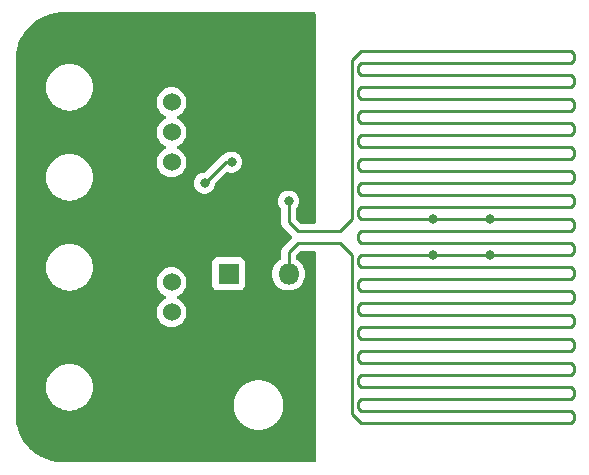
<source format=gbr>
%TF.GenerationSoftware,KiCad,Pcbnew,7.0.7*%
%TF.CreationDate,2023-11-06T00:52:22-06:00*%
%TF.ProjectId,ScienceHeaterElement_2023,53636965-6e63-4654-9865-61746572456c,rev?*%
%TF.SameCoordinates,Original*%
%TF.FileFunction,Copper,L1,Top*%
%TF.FilePolarity,Positive*%
%FSLAX46Y46*%
G04 Gerber Fmt 4.6, Leading zero omitted, Abs format (unit mm)*
G04 Created by KiCad (PCBNEW 7.0.7) date 2023-11-06 00:52:22*
%MOMM*%
%LPD*%
G01*
G04 APERTURE LIST*
%TA.AperFunction,ComponentPad*%
%ADD10C,1.524000*%
%TD*%
%TA.AperFunction,ComponentPad*%
%ADD11R,1.800000X1.800000*%
%TD*%
%TA.AperFunction,ComponentPad*%
%ADD12O,1.800000X1.800000*%
%TD*%
%TA.AperFunction,ViaPad*%
%ADD13C,0.800000*%
%TD*%
%TA.AperFunction,Conductor*%
%ADD14C,0.254000*%
%TD*%
%TA.AperFunction,Conductor*%
%ADD15C,0.250000*%
%TD*%
G04 APERTURE END LIST*
D10*
%TO.P,Conn1,1*%
%TO.N,+3.3V*%
X70358000Y-39370000D03*
%TO.P,Conn1,2*%
%TO.N,Gate_Driving_Pin*%
X70358000Y-41910000D03*
%TO.P,Conn1,3*%
%TO.N,Temp_Sense*%
X70358000Y-44450000D03*
%TD*%
D11*
%TO.P,R1,1*%
%TO.N,+12V*%
X75184000Y-53910000D03*
D12*
%TO.P,R1,2*%
%TO.N,/Heater_Trace*%
X80264000Y-53910000D03*
%TD*%
D10*
%TO.P,Conn2,1*%
%TO.N,+12V*%
X70358000Y-54610000D03*
%TO.P,Conn2,2*%
X70358000Y-57150000D03*
%TO.P,Conn2,3*%
%TO.N,GND*%
X70358000Y-59690000D03*
%TO.P,Conn2,4*%
X70358000Y-62230000D03*
%TD*%
D13*
%TO.N,GND*%
X74168000Y-41910000D03*
X74168000Y-39116000D03*
X81788000Y-49276000D03*
%TO.N,/Heater_Trace*%
X92456000Y-49276000D03*
X92456000Y-52324000D03*
X80264000Y-47752000D03*
X97282000Y-52324000D03*
X97282000Y-49276000D03*
X73152000Y-46228000D03*
X75438000Y-44450000D03*
%TD*%
D14*
%TO.N,/Heater_Trace*%
X104394000Y-65786000D02*
X104394000Y-66294000D01*
X86106000Y-48514000D02*
X86106000Y-49022000D01*
X86360000Y-54356000D02*
X86106000Y-54610000D01*
X104140000Y-38100000D02*
X86360000Y-38100000D01*
X104140000Y-46228000D02*
X86360000Y-46228000D01*
X85598000Y-52324000D02*
X84582000Y-51308000D01*
X104140000Y-60452000D02*
X86360000Y-60452000D01*
X92456000Y-49276000D02*
X94742000Y-49276000D01*
X86360000Y-61468000D02*
X104140000Y-61468000D01*
X104140000Y-57404000D02*
X104394000Y-57658000D01*
X86360000Y-44196000D02*
X86106000Y-44450000D01*
X97282000Y-52324000D02*
X94742000Y-52324000D01*
X86360000Y-50292000D02*
X86106000Y-50546000D01*
X86106000Y-54610000D02*
X86106000Y-55118000D01*
X74930000Y-44450000D02*
X75438000Y-44450000D01*
X94742000Y-49276000D02*
X97282000Y-49276000D01*
X86360000Y-45212000D02*
X104140000Y-45212000D01*
X84582000Y-50292000D02*
X81026000Y-50292000D01*
X104394000Y-48006000D02*
X104140000Y-48260000D01*
X86106000Y-38862000D02*
X86360000Y-39116000D01*
X104140000Y-56388000D02*
X86360000Y-56388000D01*
X104394000Y-52070000D02*
X104140000Y-52324000D01*
X86360000Y-60452000D02*
X86106000Y-60706000D01*
X86106000Y-46990000D02*
X86360000Y-47244000D01*
X104140000Y-36068000D02*
X86360000Y-36068000D01*
X104140000Y-65532000D02*
X104394000Y-65786000D01*
X86360000Y-42164000D02*
X86106000Y-42418000D01*
X86106000Y-56642000D02*
X86106000Y-57150000D01*
X104394000Y-63754000D02*
X104394000Y-64262000D01*
X86106000Y-44958000D02*
X86360000Y-45212000D01*
X104394000Y-37846000D02*
X104140000Y-38100000D01*
X86106000Y-64770000D02*
X86106000Y-65278000D01*
X86360000Y-37084000D02*
X104140000Y-37084000D01*
X86106000Y-42418000D02*
X86106000Y-42926000D01*
X86360000Y-41148000D02*
X104140000Y-41148000D01*
X86106000Y-36830000D02*
X86360000Y-37084000D01*
X104394000Y-43942000D02*
X104140000Y-44196000D01*
X86360000Y-35052000D02*
X85598000Y-35814000D01*
X86106000Y-61214000D02*
X86360000Y-61468000D01*
X104394000Y-35814000D02*
X104140000Y-36068000D01*
X104394000Y-66294000D02*
X104140000Y-66548000D01*
X104140000Y-44196000D02*
X86360000Y-44196000D01*
X86360000Y-47244000D02*
X104140000Y-47244000D01*
X104140000Y-47244000D02*
X104394000Y-47498000D01*
X104394000Y-43434000D02*
X104394000Y-43942000D01*
X86360000Y-55372000D02*
X104140000Y-55372000D01*
X86360000Y-39116000D02*
X104140000Y-39116000D01*
X104140000Y-62484000D02*
X86360000Y-62484000D01*
X86360000Y-63500000D02*
X104140000Y-63500000D01*
X85598000Y-35814000D02*
X85598000Y-48006000D01*
X81026000Y-51308000D02*
X80264000Y-52070000D01*
X86360000Y-43180000D02*
X104140000Y-43180000D01*
X86360000Y-36068000D02*
X86106000Y-36322000D01*
X86360000Y-57404000D02*
X104140000Y-57404000D01*
X104140000Y-40132000D02*
X86360000Y-40132000D01*
X86360000Y-59436000D02*
X104140000Y-59436000D01*
X85598000Y-49276000D02*
X84582000Y-50292000D01*
X80264000Y-49530000D02*
X80264000Y-47752000D01*
X104394000Y-45974000D02*
X104140000Y-46228000D01*
X81026000Y-50292000D02*
X80264000Y-49530000D01*
X104140000Y-45212000D02*
X104394000Y-45466000D01*
X84582000Y-51308000D02*
X81026000Y-51308000D01*
X104140000Y-64516000D02*
X86360000Y-64516000D01*
X86106000Y-59182000D02*
X86360000Y-59436000D01*
X104140000Y-48260000D02*
X86360000Y-48260000D01*
X104140000Y-50292000D02*
X86360000Y-50292000D01*
X104394000Y-39370000D02*
X104394000Y-39878000D01*
X104140000Y-66548000D02*
X86360000Y-66548000D01*
X104140000Y-35052000D02*
X104394000Y-35306000D01*
X86106000Y-57150000D02*
X86360000Y-57404000D01*
X86360000Y-48260000D02*
X86106000Y-48514000D01*
X86360000Y-51308000D02*
X104140000Y-51308000D01*
X104394000Y-54102000D02*
X104140000Y-54356000D01*
X86360000Y-40132000D02*
X86106000Y-40386000D01*
X104140000Y-43180000D02*
X104394000Y-43434000D01*
X104140000Y-59436000D02*
X104394000Y-59690000D01*
X104140000Y-42164000D02*
X86360000Y-42164000D01*
X86360000Y-46228000D02*
X86106000Y-46482000D01*
X86106000Y-40894000D02*
X86360000Y-41148000D01*
X86106000Y-63246000D02*
X86360000Y-63500000D01*
X104394000Y-37338000D02*
X104394000Y-37846000D01*
X97282000Y-49276000D02*
X104140000Y-49276000D01*
X104140000Y-37084000D02*
X104394000Y-37338000D01*
X104394000Y-47498000D02*
X104394000Y-48006000D01*
X85598000Y-65786000D02*
X85598000Y-52324000D01*
X104140000Y-55372000D02*
X104394000Y-55626000D01*
X86360000Y-49276000D02*
X92456000Y-49276000D01*
X104140000Y-54356000D02*
X86360000Y-54356000D01*
X104394000Y-41402000D02*
X104394000Y-41910000D01*
X80264000Y-52070000D02*
X80264000Y-52832000D01*
X104394000Y-56134000D02*
X104140000Y-56388000D01*
X104394000Y-55626000D02*
X104394000Y-56134000D01*
X104394000Y-35306000D02*
X104394000Y-35814000D01*
X86106000Y-58674000D02*
X86106000Y-59182000D01*
X104394000Y-51562000D02*
X104394000Y-52070000D01*
X104140000Y-49276000D02*
X104394000Y-49530000D01*
X86106000Y-60706000D02*
X86106000Y-61214000D01*
X86360000Y-38100000D02*
X86106000Y-38354000D01*
X104140000Y-63500000D02*
X104394000Y-63754000D01*
X104394000Y-39878000D02*
X104140000Y-40132000D01*
X104140000Y-51308000D02*
X104394000Y-51562000D01*
X104140000Y-41148000D02*
X104394000Y-41402000D01*
X86360000Y-66548000D02*
X85598000Y-65786000D01*
X86106000Y-44450000D02*
X86106000Y-44958000D01*
X86106000Y-49022000D02*
X86360000Y-49276000D01*
X104140000Y-61468000D02*
X104394000Y-61722000D01*
X86360000Y-35052000D02*
X104140000Y-35052000D01*
X104140000Y-39116000D02*
X104394000Y-39370000D01*
X104394000Y-49530000D02*
X104394000Y-50038000D01*
X86106000Y-46482000D02*
X86106000Y-46990000D01*
X86106000Y-52578000D02*
X86106000Y-53086000D01*
X86106000Y-55118000D02*
X86360000Y-55372000D01*
X94742000Y-52324000D02*
X92456000Y-52324000D01*
X104140000Y-53340000D02*
X104394000Y-53594000D01*
X86106000Y-50546000D02*
X86106000Y-51054000D01*
X86106000Y-42926000D02*
X86360000Y-43180000D01*
X104394000Y-50038000D02*
X104140000Y-50292000D01*
X85598000Y-48006000D02*
X85598000Y-49276000D01*
X104394000Y-45466000D02*
X104394000Y-45974000D01*
X104394000Y-41910000D02*
X104140000Y-42164000D01*
X86360000Y-64516000D02*
X86106000Y-64770000D01*
X104394000Y-62230000D02*
X104140000Y-62484000D01*
X86106000Y-36322000D02*
X86106000Y-36830000D01*
X104394000Y-59690000D02*
X104394000Y-60198000D01*
X86106000Y-65278000D02*
X86360000Y-65532000D01*
X86360000Y-58420000D02*
X86106000Y-58674000D01*
X86106000Y-51054000D02*
X86360000Y-51308000D01*
X86106000Y-40386000D02*
X86106000Y-40894000D01*
X104140000Y-58420000D02*
X86360000Y-58420000D01*
X104394000Y-58166000D02*
X104140000Y-58420000D01*
X86360000Y-52324000D02*
X86106000Y-52578000D01*
X86360000Y-56388000D02*
X86106000Y-56642000D01*
X104394000Y-53594000D02*
X104394000Y-54102000D01*
X92456000Y-52324000D02*
X86360000Y-52324000D01*
X86106000Y-38354000D02*
X86106000Y-38862000D01*
X86360000Y-62484000D02*
X86106000Y-62738000D01*
X104394000Y-61722000D02*
X104394000Y-62230000D01*
X104394000Y-64262000D02*
X104140000Y-64516000D01*
X86106000Y-53086000D02*
X86360000Y-53340000D01*
X86360000Y-53340000D02*
X104140000Y-53340000D01*
X86360000Y-65532000D02*
X104140000Y-65532000D01*
X104394000Y-57658000D02*
X104394000Y-58166000D01*
X104394000Y-60198000D02*
X104140000Y-60452000D01*
X104140000Y-52324000D02*
X97282000Y-52324000D01*
X73152000Y-46228000D02*
X74930000Y-44450000D01*
X86106000Y-62738000D02*
X86106000Y-63246000D01*
D15*
X80264000Y-53910000D02*
X80264000Y-52832000D01*
%TD*%
%TA.AperFunction,Conductor*%
%TO.N,GND*%
G36*
X82493026Y-31772906D02*
G01*
X82538788Y-31825704D01*
X82550000Y-31877230D01*
X82550000Y-49540500D01*
X82530315Y-49607539D01*
X82477511Y-49653294D01*
X82426000Y-49664500D01*
X81337281Y-49664500D01*
X81270242Y-49644815D01*
X81249600Y-49628181D01*
X80927819Y-49306399D01*
X80894334Y-49245076D01*
X80891500Y-49218718D01*
X80891500Y-48448465D01*
X80911185Y-48381426D01*
X80923343Y-48365500D01*
X80996533Y-48284216D01*
X81091179Y-48120284D01*
X81149674Y-47940256D01*
X81169460Y-47752000D01*
X81149674Y-47563744D01*
X81091179Y-47383716D01*
X80996533Y-47219784D01*
X80869871Y-47079112D01*
X80869870Y-47079111D01*
X80716734Y-46967851D01*
X80716729Y-46967848D01*
X80543807Y-46890857D01*
X80543802Y-46890855D01*
X80398000Y-46859865D01*
X80358646Y-46851500D01*
X80169354Y-46851500D01*
X80136897Y-46858398D01*
X79984197Y-46890855D01*
X79984192Y-46890857D01*
X79811270Y-46967848D01*
X79811265Y-46967851D01*
X79658129Y-47079111D01*
X79531466Y-47219785D01*
X79436821Y-47383715D01*
X79436818Y-47383722D01*
X79378327Y-47563740D01*
X79378326Y-47563744D01*
X79358540Y-47752000D01*
X79378326Y-47940256D01*
X79378327Y-47940259D01*
X79436818Y-48120277D01*
X79436821Y-48120284D01*
X79531467Y-48284216D01*
X79569392Y-48326335D01*
X79604649Y-48365493D01*
X79634879Y-48428485D01*
X79636499Y-48448465D01*
X79636499Y-49447040D01*
X79634772Y-49462687D01*
X79635053Y-49462714D01*
X79634319Y-49470473D01*
X79636500Y-49539859D01*
X79636500Y-49569477D01*
X79637371Y-49576380D01*
X79637829Y-49582199D01*
X79639298Y-49628942D01*
X79642755Y-49640841D01*
X79643910Y-49644815D01*
X79644916Y-49648275D01*
X79648862Y-49667329D01*
X79651383Y-49687287D01*
X79651386Y-49687299D01*
X79668595Y-49730765D01*
X79670487Y-49736293D01*
X79683530Y-49781187D01*
X79683530Y-49781188D01*
X79693777Y-49798515D01*
X79702335Y-49815985D01*
X79709745Y-49834701D01*
X79737229Y-49872529D01*
X79740437Y-49877413D01*
X79764234Y-49917652D01*
X79764240Y-49917660D01*
X79778469Y-49931888D01*
X79791109Y-49946687D01*
X79802934Y-49962964D01*
X79802936Y-49962965D01*
X79802937Y-49962967D01*
X79838957Y-49992765D01*
X79843268Y-49996687D01*
X80334030Y-50487449D01*
X80523624Y-50677043D01*
X80533471Y-50689333D01*
X80533689Y-50689154D01*
X80538656Y-50695159D01*
X80555038Y-50710542D01*
X80590433Y-50770783D01*
X80587641Y-50840597D01*
X80565713Y-50879959D01*
X80563240Y-50882949D01*
X80559299Y-50887280D01*
X79878953Y-51567626D01*
X79866669Y-51577469D01*
X79866849Y-51577687D01*
X79860838Y-51582659D01*
X79813322Y-51633258D01*
X79792375Y-51654205D01*
X79788106Y-51659709D01*
X79784315Y-51664147D01*
X79752308Y-51698230D01*
X79752305Y-51698234D01*
X79742606Y-51715877D01*
X79731928Y-51732133D01*
X79719594Y-51748034D01*
X79719589Y-51748042D01*
X79701025Y-51790943D01*
X79698454Y-51796191D01*
X79675927Y-51837167D01*
X79670920Y-51856668D01*
X79664621Y-51875064D01*
X79657893Y-51890612D01*
X79656625Y-51893544D01*
X79656624Y-51893546D01*
X79649312Y-51939716D01*
X79648127Y-51945438D01*
X79636500Y-51990723D01*
X79636500Y-52010858D01*
X79634973Y-52030257D01*
X79631825Y-52050131D01*
X79636225Y-52096677D01*
X79636500Y-52102515D01*
X79636500Y-52583267D01*
X79616815Y-52650306D01*
X79571519Y-52692321D01*
X79495376Y-52733528D01*
X79495365Y-52733535D01*
X79312222Y-52876081D01*
X79312219Y-52876084D01*
X79312216Y-52876086D01*
X79312216Y-52876087D01*
X79287886Y-52902517D01*
X79155016Y-53046852D01*
X79028075Y-53241151D01*
X78934842Y-53453699D01*
X78877866Y-53678691D01*
X78877864Y-53678702D01*
X78858700Y-53909993D01*
X78858700Y-53910006D01*
X78877864Y-54141297D01*
X78877866Y-54141308D01*
X78934842Y-54366300D01*
X79028075Y-54578848D01*
X79155016Y-54773147D01*
X79155019Y-54773151D01*
X79155021Y-54773153D01*
X79312216Y-54943913D01*
X79312219Y-54943915D01*
X79312222Y-54943918D01*
X79495365Y-55086464D01*
X79495371Y-55086468D01*
X79495374Y-55086470D01*
X79699497Y-55196936D01*
X79813487Y-55236068D01*
X79919015Y-55272297D01*
X79919017Y-55272297D01*
X79919019Y-55272298D01*
X80147951Y-55310500D01*
X80147952Y-55310500D01*
X80380048Y-55310500D01*
X80380049Y-55310500D01*
X80608981Y-55272298D01*
X80828503Y-55196936D01*
X81032626Y-55086470D01*
X81215784Y-54943913D01*
X81372979Y-54773153D01*
X81499924Y-54578849D01*
X81593157Y-54366300D01*
X81650134Y-54141305D01*
X81663803Y-53976340D01*
X81669300Y-53910006D01*
X81669300Y-53909993D01*
X81650135Y-53678702D01*
X81650133Y-53678691D01*
X81593157Y-53453699D01*
X81499924Y-53241151D01*
X81372983Y-53046852D01*
X81372980Y-53046849D01*
X81372979Y-53046847D01*
X81215784Y-52876087D01*
X81215779Y-52876083D01*
X81215777Y-52876081D01*
X81032634Y-52733535D01*
X81032623Y-52733528D01*
X80956481Y-52692321D01*
X80906891Y-52643101D01*
X80891500Y-52583267D01*
X80891500Y-52381281D01*
X80911185Y-52314242D01*
X80927819Y-52293600D01*
X81249600Y-51971819D01*
X81310923Y-51938334D01*
X81337281Y-51935500D01*
X82426000Y-51935500D01*
X82493039Y-51955185D01*
X82538794Y-52007989D01*
X82550000Y-52059500D01*
X82550000Y-69725500D01*
X82530315Y-69792539D01*
X82477511Y-69838294D01*
X82426000Y-69849500D01*
X61362558Y-69849500D01*
X61357848Y-69848117D01*
X61313233Y-69849455D01*
X61310297Y-69849474D01*
X61139294Y-69846501D01*
X60927756Y-69842209D01*
X60922111Y-69841837D01*
X60731473Y-69820488D01*
X60723108Y-69819476D01*
X60537998Y-69797087D01*
X60532779Y-69796229D01*
X60342235Y-69756478D01*
X60154483Y-69714416D01*
X60149723Y-69713150D01*
X59962528Y-69655280D01*
X59780826Y-69594981D01*
X59776554Y-69593386D01*
X59594945Y-69517892D01*
X59420519Y-69439905D01*
X59416749Y-69438064D01*
X59315202Y-69384146D01*
X59242598Y-69345595D01*
X59076976Y-69250662D01*
X59073713Y-69248655D01*
X58908688Y-69140002D01*
X58753388Y-69029013D01*
X58750626Y-69026920D01*
X58596339Y-68903068D01*
X58452804Y-68777041D01*
X58450525Y-68774937D01*
X58309528Y-68638064D01*
X58307368Y-68635860D01*
X58177142Y-68496136D01*
X58125686Y-68435796D01*
X58048760Y-68345589D01*
X58046620Y-68342933D01*
X57931019Y-68190929D01*
X57817539Y-68029236D01*
X57815458Y-68026068D01*
X57715626Y-67863300D01*
X57618001Y-67691924D01*
X57616093Y-67688292D01*
X57532937Y-67516206D01*
X57513724Y-67473602D01*
X57452083Y-67336916D01*
X57450383Y-67332745D01*
X57384708Y-67152886D01*
X57321293Y-66967451D01*
X57319899Y-66962774D01*
X57272297Y-66776414D01*
X57226880Y-66587023D01*
X57225878Y-66581884D01*
X57196766Y-66389330D01*
X57169738Y-66199209D01*
X57169204Y-66193649D01*
X57158819Y-65986205D01*
X57150569Y-65811055D01*
X57150500Y-65808137D01*
X57150500Y-63500001D01*
X59741454Y-63500001D01*
X59761613Y-63781866D01*
X59821678Y-64057977D01*
X59821680Y-64057984D01*
X59863909Y-64171205D01*
X59920432Y-64322750D01*
X59920434Y-64322754D01*
X60055855Y-64570758D01*
X60055860Y-64570766D01*
X60225196Y-64796974D01*
X60225212Y-64796992D01*
X60425007Y-64996787D01*
X60425025Y-64996803D01*
X60651233Y-65166139D01*
X60651241Y-65166144D01*
X60899245Y-65301565D01*
X60899249Y-65301567D01*
X60899251Y-65301568D01*
X61164016Y-65400320D01*
X61302077Y-65430353D01*
X61440133Y-65460386D01*
X61440135Y-65460386D01*
X61440139Y-65460387D01*
X61651447Y-65475500D01*
X61792553Y-65475500D01*
X62003861Y-65460387D01*
X62279984Y-65400320D01*
X62544749Y-65301568D01*
X62792764Y-65166141D01*
X63001346Y-65009999D01*
X75618592Y-65009999D01*
X75623355Y-65079637D01*
X75623500Y-65083870D01*
X75623500Y-65153682D01*
X75633003Y-65222829D01*
X75633436Y-65227039D01*
X75638201Y-65296683D01*
X75638202Y-65296687D01*
X75652403Y-65365035D01*
X75653122Y-65369205D01*
X75662629Y-65438361D01*
X75681459Y-65505566D01*
X75682461Y-65509679D01*
X75696664Y-65578025D01*
X75696669Y-65578040D01*
X75720041Y-65643805D01*
X75721321Y-65647840D01*
X75740154Y-65715055D01*
X75740155Y-65715058D01*
X75767966Y-65779084D01*
X75769519Y-65783023D01*
X75792894Y-65848793D01*
X75792896Y-65848798D01*
X75825002Y-65910759D01*
X75826821Y-65914583D01*
X75854643Y-65978634D01*
X75890914Y-66038276D01*
X75892989Y-66041968D01*
X75925100Y-66103938D01*
X75939592Y-66124469D01*
X75965362Y-66160977D01*
X75967664Y-66164486D01*
X76003945Y-66224147D01*
X76035215Y-66262583D01*
X76047990Y-66278286D01*
X76050548Y-66281660D01*
X76090810Y-66338698D01*
X76138456Y-66389713D01*
X76141239Y-66392905D01*
X76185291Y-66447053D01*
X76236306Y-66494698D01*
X76239300Y-66497692D01*
X76286946Y-66548707D01*
X76341093Y-66592759D01*
X76344285Y-66595542D01*
X76395302Y-66643190D01*
X76452331Y-66683444D01*
X76455706Y-66686003D01*
X76460635Y-66690013D01*
X76509853Y-66730055D01*
X76548722Y-66753692D01*
X76569496Y-66766325D01*
X76573028Y-66768641D01*
X76630064Y-66808901D01*
X76692052Y-66841020D01*
X76695716Y-66843081D01*
X76728448Y-66862986D01*
X76755369Y-66879358D01*
X76755372Y-66879359D01*
X76755375Y-66879361D01*
X76819434Y-66907185D01*
X76823225Y-66908989D01*
X76885203Y-66941104D01*
X76934047Y-66958463D01*
X76950977Y-66964480D01*
X76954914Y-66966032D01*
X77018942Y-66993844D01*
X77086175Y-67012681D01*
X77090185Y-67013954D01*
X77155968Y-67037334D01*
X77224333Y-67051540D01*
X77228413Y-67052534D01*
X77295642Y-67071371D01*
X77364826Y-67080880D01*
X77368941Y-67081589D01*
X77437314Y-67095798D01*
X77506993Y-67100564D01*
X77511148Y-67100992D01*
X77580322Y-67110500D01*
X77580323Y-67110500D01*
X77867677Y-67110500D01*
X77867678Y-67110500D01*
X77936856Y-67100991D01*
X77941002Y-67100564D01*
X78010686Y-67095798D01*
X78079057Y-67081589D01*
X78083176Y-67080879D01*
X78152358Y-67071371D01*
X78219583Y-67052535D01*
X78223667Y-67051539D01*
X78292032Y-67037334D01*
X78357806Y-67013957D01*
X78361830Y-67012679D01*
X78429058Y-66993844D01*
X78493095Y-66966027D01*
X78497003Y-66964486D01*
X78562797Y-66941104D01*
X78624784Y-66908983D01*
X78628588Y-66907175D01*
X78692625Y-66879361D01*
X78752300Y-66843070D01*
X78755940Y-66841023D01*
X78817936Y-66808901D01*
X78874978Y-66768636D01*
X78878486Y-66766335D01*
X78938147Y-66730055D01*
X78992309Y-66685989D01*
X78995643Y-66683460D01*
X79052698Y-66643189D01*
X79103716Y-66595539D01*
X79106904Y-66592760D01*
X79139238Y-66566455D01*
X79161053Y-66548708D01*
X79208702Y-66497687D01*
X79211693Y-66494697D01*
X79262708Y-66447053D01*
X79306760Y-66392904D01*
X79309539Y-66389716D01*
X79357189Y-66338698D01*
X79397460Y-66281643D01*
X79399989Y-66278309D01*
X79444055Y-66224147D01*
X79480335Y-66164486D01*
X79482636Y-66160978D01*
X79522901Y-66103936D01*
X79555023Y-66041940D01*
X79557070Y-66038300D01*
X79593361Y-65978625D01*
X79621178Y-65914583D01*
X79622983Y-65910784D01*
X79655104Y-65848797D01*
X79678486Y-65783003D01*
X79680032Y-65779085D01*
X79680033Y-65779084D01*
X79707844Y-65715058D01*
X79726679Y-65647830D01*
X79727958Y-65643804D01*
X79751334Y-65578032D01*
X79765537Y-65509680D01*
X79765538Y-65509679D01*
X79765539Y-65509667D01*
X79766540Y-65505566D01*
X79785371Y-65438358D01*
X79794879Y-65369176D01*
X79795589Y-65365057D01*
X79809798Y-65296686D01*
X79814564Y-65227002D01*
X79814991Y-65222856D01*
X79824500Y-65153678D01*
X79824500Y-65083870D01*
X79824645Y-65079637D01*
X79825931Y-65060820D01*
X79829408Y-65010000D01*
X79824645Y-64940361D01*
X79824500Y-64936128D01*
X79824500Y-64866323D01*
X79814995Y-64797171D01*
X79814992Y-64797148D01*
X79814564Y-64792993D01*
X79809798Y-64723314D01*
X79795589Y-64654941D01*
X79794880Y-64650826D01*
X79785371Y-64581642D01*
X79766534Y-64514413D01*
X79765537Y-64510319D01*
X79751334Y-64441968D01*
X79727954Y-64376183D01*
X79726681Y-64372175D01*
X79707844Y-64304942D01*
X79680032Y-64240914D01*
X79678480Y-64236977D01*
X79655105Y-64171207D01*
X79655104Y-64171203D01*
X79622989Y-64109225D01*
X79621185Y-64105434D01*
X79593361Y-64041375D01*
X79593359Y-64041372D01*
X79593358Y-64041369D01*
X79576986Y-64014448D01*
X79557081Y-63981716D01*
X79555020Y-63978052D01*
X79522901Y-63916064D01*
X79482641Y-63859028D01*
X79480325Y-63855496D01*
X79444057Y-63795857D01*
X79444055Y-63795853D01*
X79400003Y-63741706D01*
X79397444Y-63738331D01*
X79357190Y-63681302D01*
X79309542Y-63630285D01*
X79306759Y-63627093D01*
X79262707Y-63572946D01*
X79211692Y-63525300D01*
X79208698Y-63522306D01*
X79161052Y-63471291D01*
X79161053Y-63471291D01*
X79106905Y-63427239D01*
X79103713Y-63424456D01*
X79052698Y-63376810D01*
X78995660Y-63336548D01*
X78992286Y-63333990D01*
X78976583Y-63321215D01*
X78938147Y-63289945D01*
X78878486Y-63253664D01*
X78874977Y-63251362D01*
X78817939Y-63211101D01*
X78817938Y-63211100D01*
X78755968Y-63178989D01*
X78752276Y-63176914D01*
X78692634Y-63140643D01*
X78628583Y-63112821D01*
X78624766Y-63111005D01*
X78601751Y-63099080D01*
X78562798Y-63078896D01*
X78562793Y-63078894D01*
X78497023Y-63055519D01*
X78493084Y-63053966D01*
X78429058Y-63026155D01*
X78429055Y-63026154D01*
X78361840Y-63007321D01*
X78357805Y-63006041D01*
X78292040Y-62982669D01*
X78292032Y-62982666D01*
X78292029Y-62982665D01*
X78292025Y-62982664D01*
X78223679Y-62968461D01*
X78219566Y-62967459D01*
X78152361Y-62948629D01*
X78083205Y-62939122D01*
X78079035Y-62938403D01*
X78010687Y-62924202D01*
X78010683Y-62924201D01*
X77941039Y-62919436D01*
X77936829Y-62919003D01*
X77867682Y-62909500D01*
X77867678Y-62909500D01*
X77580322Y-62909500D01*
X77580317Y-62909500D01*
X77511171Y-62919003D01*
X77506961Y-62919436D01*
X77437316Y-62924201D01*
X77437312Y-62924202D01*
X77368962Y-62938404D01*
X77364793Y-62939122D01*
X77302752Y-62947651D01*
X77295642Y-62948629D01*
X77295640Y-62948629D01*
X77295636Y-62948630D01*
X77228431Y-62967459D01*
X77224319Y-62968461D01*
X77155972Y-62982665D01*
X77155953Y-62982670D01*
X77090183Y-63006044D01*
X77086149Y-63007324D01*
X77018944Y-63026154D01*
X77018941Y-63026155D01*
X76954905Y-63053969D01*
X76950967Y-63055522D01*
X76885207Y-63078893D01*
X76885205Y-63078894D01*
X76823237Y-63111002D01*
X76819416Y-63112820D01*
X76755374Y-63140639D01*
X76695723Y-63176913D01*
X76692033Y-63178988D01*
X76630059Y-63211101D01*
X76573039Y-63251350D01*
X76569500Y-63253671D01*
X76509856Y-63289942D01*
X76509849Y-63289947D01*
X76455707Y-63333994D01*
X76452335Y-63336551D01*
X76395303Y-63376809D01*
X76344283Y-63424458D01*
X76341093Y-63427240D01*
X76305169Y-63456466D01*
X76286947Y-63471292D01*
X76286945Y-63471294D01*
X76239299Y-63522308D01*
X76236308Y-63525299D01*
X76185294Y-63572945D01*
X76185290Y-63572950D01*
X76141240Y-63627093D01*
X76138458Y-63630283D01*
X76090809Y-63681303D01*
X76050551Y-63738335D01*
X76047994Y-63741707D01*
X76003947Y-63795849D01*
X76003942Y-63795856D01*
X75967671Y-63855500D01*
X75965350Y-63859039D01*
X75925101Y-63916059D01*
X75892988Y-63978033D01*
X75890913Y-63981723D01*
X75854639Y-64041374D01*
X75826820Y-64105416D01*
X75825002Y-64109237D01*
X75792894Y-64171205D01*
X75792893Y-64171207D01*
X75769522Y-64236967D01*
X75767969Y-64240905D01*
X75740155Y-64304941D01*
X75740154Y-64304944D01*
X75721324Y-64372149D01*
X75720044Y-64376183D01*
X75696670Y-64441953D01*
X75696665Y-64441972D01*
X75682461Y-64510319D01*
X75681459Y-64514431D01*
X75662630Y-64581636D01*
X75653122Y-64650793D01*
X75652404Y-64654962D01*
X75638202Y-64723312D01*
X75638201Y-64723316D01*
X75633436Y-64792961D01*
X75633003Y-64797171D01*
X75623500Y-64866317D01*
X75623500Y-64936128D01*
X75623355Y-64940361D01*
X75618592Y-65009999D01*
X63001346Y-65009999D01*
X63018982Y-64996797D01*
X63218797Y-64796982D01*
X63388141Y-64570764D01*
X63523568Y-64322749D01*
X63622320Y-64057984D01*
X63682387Y-63781861D01*
X63702546Y-63500000D01*
X63682387Y-63218139D01*
X63673870Y-63178989D01*
X63646673Y-63053966D01*
X63622320Y-62942016D01*
X63523568Y-62677251D01*
X63388141Y-62429236D01*
X63388139Y-62429233D01*
X63218803Y-62203025D01*
X63218787Y-62203007D01*
X63018992Y-62003212D01*
X63018974Y-62003196D01*
X62792766Y-61833860D01*
X62792758Y-61833855D01*
X62544754Y-61698434D01*
X62544750Y-61698432D01*
X62444372Y-61660993D01*
X62279984Y-61599680D01*
X62279980Y-61599679D01*
X62279977Y-61599678D01*
X62003866Y-61539613D01*
X61792553Y-61524500D01*
X61651447Y-61524500D01*
X61440133Y-61539613D01*
X61164022Y-61599678D01*
X61164017Y-61599679D01*
X61164016Y-61599680D01*
X61100003Y-61623555D01*
X60899249Y-61698432D01*
X60899245Y-61698434D01*
X60651241Y-61833855D01*
X60651233Y-61833860D01*
X60425025Y-62003196D01*
X60425007Y-62003212D01*
X60225212Y-62203007D01*
X60225196Y-62203025D01*
X60055860Y-62429233D01*
X60055855Y-62429241D01*
X59920434Y-62677245D01*
X59920432Y-62677249D01*
X59845555Y-62878003D01*
X59822760Y-62939122D01*
X59821678Y-62942022D01*
X59761613Y-63218133D01*
X59741454Y-63499998D01*
X59741454Y-63500001D01*
X57150500Y-63500001D01*
X57150500Y-57150002D01*
X69090677Y-57150002D01*
X69109929Y-57370062D01*
X69109930Y-57370070D01*
X69167104Y-57583445D01*
X69167105Y-57583447D01*
X69167106Y-57583450D01*
X69260466Y-57783662D01*
X69260468Y-57783666D01*
X69387170Y-57964615D01*
X69387175Y-57964621D01*
X69543378Y-58120824D01*
X69543384Y-58120829D01*
X69724333Y-58247531D01*
X69724335Y-58247532D01*
X69724338Y-58247534D01*
X69924550Y-58340894D01*
X70137932Y-58398070D01*
X70295123Y-58411822D01*
X70357998Y-58417323D01*
X70358000Y-58417323D01*
X70358002Y-58417323D01*
X70413017Y-58412509D01*
X70578068Y-58398070D01*
X70791450Y-58340894D01*
X70991662Y-58247534D01*
X71172620Y-58120826D01*
X71328826Y-57964620D01*
X71455534Y-57783662D01*
X71548894Y-57583450D01*
X71606070Y-57370068D01*
X71625323Y-57150000D01*
X71606070Y-56929932D01*
X71548894Y-56716550D01*
X71455534Y-56516339D01*
X71328826Y-56335380D01*
X71172620Y-56179174D01*
X71172616Y-56179171D01*
X71172615Y-56179170D01*
X70991666Y-56052468D01*
X70991658Y-56052464D01*
X70862811Y-55992382D01*
X70810371Y-55946210D01*
X70791219Y-55879017D01*
X70811435Y-55812135D01*
X70862811Y-55767618D01*
X70868802Y-55764824D01*
X70991662Y-55707534D01*
X71172620Y-55580826D01*
X71328826Y-55424620D01*
X71455534Y-55243662D01*
X71548894Y-55043450D01*
X71598620Y-54857870D01*
X73783500Y-54857870D01*
X73783501Y-54857876D01*
X73789908Y-54917483D01*
X73840202Y-55052328D01*
X73840206Y-55052335D01*
X73926452Y-55167544D01*
X73926455Y-55167547D01*
X74041664Y-55253793D01*
X74041671Y-55253797D01*
X74176517Y-55304091D01*
X74176516Y-55304091D01*
X74183444Y-55304835D01*
X74236127Y-55310500D01*
X76131872Y-55310499D01*
X76191483Y-55304091D01*
X76326331Y-55253796D01*
X76441546Y-55167546D01*
X76527796Y-55052331D01*
X76578091Y-54917483D01*
X76584500Y-54857873D01*
X76584499Y-52962128D01*
X76578091Y-52902517D01*
X76568233Y-52876087D01*
X76527797Y-52767671D01*
X76527793Y-52767664D01*
X76441547Y-52652455D01*
X76441544Y-52652452D01*
X76326335Y-52566206D01*
X76326328Y-52566202D01*
X76191482Y-52515908D01*
X76191483Y-52515908D01*
X76131883Y-52509501D01*
X76131881Y-52509500D01*
X76131873Y-52509500D01*
X76131864Y-52509500D01*
X74236129Y-52509500D01*
X74236123Y-52509501D01*
X74176516Y-52515908D01*
X74041671Y-52566202D01*
X74041664Y-52566206D01*
X73926455Y-52652452D01*
X73926452Y-52652455D01*
X73840206Y-52767664D01*
X73840202Y-52767671D01*
X73789908Y-52902517D01*
X73783501Y-52962116D01*
X73783501Y-52962123D01*
X73783500Y-52962135D01*
X73783500Y-54857870D01*
X71598620Y-54857870D01*
X71606070Y-54830068D01*
X71622962Y-54636992D01*
X71625323Y-54610002D01*
X71625323Y-54609997D01*
X71618103Y-54527474D01*
X71606070Y-54389932D01*
X71548894Y-54176550D01*
X71455534Y-53976339D01*
X71328826Y-53795380D01*
X71172620Y-53639174D01*
X71172616Y-53639171D01*
X71172615Y-53639170D01*
X70991666Y-53512468D01*
X70991662Y-53512466D01*
X70865635Y-53453699D01*
X70791450Y-53419106D01*
X70791447Y-53419105D01*
X70791445Y-53419104D01*
X70578070Y-53361930D01*
X70578062Y-53361929D01*
X70358002Y-53342677D01*
X70357998Y-53342677D01*
X70137937Y-53361929D01*
X70137929Y-53361930D01*
X69924554Y-53419104D01*
X69924548Y-53419107D01*
X69724340Y-53512465D01*
X69724338Y-53512466D01*
X69543377Y-53639175D01*
X69387175Y-53795377D01*
X69260466Y-53976338D01*
X69260465Y-53976340D01*
X69167107Y-54176548D01*
X69167104Y-54176554D01*
X69109930Y-54389929D01*
X69109929Y-54389937D01*
X69090677Y-54609997D01*
X69090677Y-54610002D01*
X69109929Y-54830062D01*
X69109930Y-54830070D01*
X69167104Y-55043445D01*
X69167105Y-55043447D01*
X69167106Y-55043450D01*
X69238678Y-55196938D01*
X69260466Y-55243662D01*
X69260468Y-55243666D01*
X69387170Y-55424615D01*
X69387175Y-55424621D01*
X69543378Y-55580824D01*
X69543384Y-55580829D01*
X69724333Y-55707531D01*
X69724335Y-55707532D01*
X69724338Y-55707534D01*
X69843748Y-55763215D01*
X69853189Y-55767618D01*
X69905628Y-55813790D01*
X69924780Y-55880984D01*
X69904564Y-55947865D01*
X69853189Y-55992382D01*
X69724340Y-56052465D01*
X69724338Y-56052466D01*
X69543377Y-56179175D01*
X69387175Y-56335377D01*
X69260466Y-56516338D01*
X69260465Y-56516340D01*
X69167107Y-56716548D01*
X69167104Y-56716554D01*
X69109930Y-56929929D01*
X69109929Y-56929937D01*
X69090677Y-57149997D01*
X69090677Y-57150002D01*
X57150500Y-57150002D01*
X57150500Y-53340001D01*
X59741454Y-53340001D01*
X59761613Y-53621866D01*
X59821678Y-53897977D01*
X59821680Y-53897984D01*
X59882993Y-54062372D01*
X59920432Y-54162750D01*
X59920434Y-54162754D01*
X60055855Y-54410758D01*
X60055860Y-54410766D01*
X60225196Y-54636974D01*
X60225212Y-54636992D01*
X60425007Y-54836787D01*
X60425025Y-54836803D01*
X60651233Y-55006139D01*
X60651241Y-55006144D01*
X60899245Y-55141565D01*
X60899249Y-55141567D01*
X60899251Y-55141568D01*
X61164016Y-55240320D01*
X61225969Y-55253797D01*
X61440133Y-55300386D01*
X61440135Y-55300386D01*
X61440139Y-55300387D01*
X61651447Y-55315500D01*
X61792553Y-55315500D01*
X62003861Y-55300387D01*
X62279984Y-55240320D01*
X62544749Y-55141568D01*
X62792764Y-55006141D01*
X63018982Y-54836797D01*
X63218797Y-54636982D01*
X63388141Y-54410764D01*
X63523568Y-54162749D01*
X63622320Y-53897984D01*
X63682387Y-53621861D01*
X63702546Y-53340000D01*
X63682387Y-53058139D01*
X63661498Y-52962116D01*
X63622321Y-52782022D01*
X63622320Y-52782016D01*
X63523568Y-52517251D01*
X63449322Y-52381281D01*
X63388144Y-52269241D01*
X63388139Y-52269233D01*
X63218803Y-52043025D01*
X63218787Y-52043007D01*
X63018992Y-51843212D01*
X63018974Y-51843196D01*
X62792766Y-51673860D01*
X62792758Y-51673855D01*
X62544754Y-51538434D01*
X62544750Y-51538432D01*
X62444372Y-51500993D01*
X62279984Y-51439680D01*
X62279980Y-51439679D01*
X62279977Y-51439678D01*
X62003866Y-51379613D01*
X61792553Y-51364500D01*
X61651447Y-51364500D01*
X61440133Y-51379613D01*
X61164022Y-51439678D01*
X61164017Y-51439679D01*
X61164016Y-51439680D01*
X61100003Y-51463555D01*
X60899249Y-51538432D01*
X60899245Y-51538434D01*
X60651241Y-51673855D01*
X60651233Y-51673860D01*
X60425025Y-51843196D01*
X60425007Y-51843212D01*
X60225212Y-52043007D01*
X60225196Y-52043025D01*
X60055860Y-52269233D01*
X60055855Y-52269241D01*
X59920434Y-52517245D01*
X59920432Y-52517249D01*
X59868250Y-52657156D01*
X59827031Y-52767671D01*
X59821678Y-52782022D01*
X59761613Y-53058133D01*
X59741454Y-53339998D01*
X59741454Y-53340001D01*
X57150500Y-53340001D01*
X57150500Y-45720001D01*
X59741454Y-45720001D01*
X59761613Y-46001866D01*
X59821678Y-46277977D01*
X59821680Y-46277984D01*
X59873253Y-46416256D01*
X59920432Y-46542750D01*
X59920434Y-46542754D01*
X60055855Y-46790758D01*
X60055860Y-46790766D01*
X60225196Y-47016974D01*
X60225212Y-47016992D01*
X60425007Y-47216787D01*
X60425025Y-47216803D01*
X60651233Y-47386139D01*
X60651241Y-47386144D01*
X60899245Y-47521565D01*
X60899249Y-47521567D01*
X60899251Y-47521568D01*
X61164016Y-47620320D01*
X61302077Y-47650353D01*
X61440133Y-47680386D01*
X61440135Y-47680386D01*
X61440139Y-47680387D01*
X61651447Y-47695500D01*
X61792553Y-47695500D01*
X62003861Y-47680387D01*
X62279984Y-47620320D01*
X62544749Y-47521568D01*
X62792764Y-47386141D01*
X63018982Y-47216797D01*
X63218797Y-47016982D01*
X63388141Y-46790764D01*
X63523568Y-46542749D01*
X63622320Y-46277984D01*
X63633193Y-46228000D01*
X72246540Y-46228000D01*
X72266326Y-46416256D01*
X72266327Y-46416259D01*
X72324818Y-46596277D01*
X72324821Y-46596284D01*
X72419467Y-46760216D01*
X72501660Y-46851500D01*
X72546129Y-46900888D01*
X72699265Y-47012148D01*
X72699270Y-47012151D01*
X72872192Y-47089142D01*
X72872197Y-47089144D01*
X73057354Y-47128500D01*
X73057355Y-47128500D01*
X73246644Y-47128500D01*
X73246646Y-47128500D01*
X73431803Y-47089144D01*
X73604730Y-47012151D01*
X73757871Y-46900888D01*
X73884533Y-46760216D01*
X73979179Y-46596284D01*
X74037674Y-46416256D01*
X74054989Y-46251505D01*
X74081572Y-46186894D01*
X74090619Y-46176798D01*
X74958220Y-45309197D01*
X75019541Y-45275714D01*
X75089233Y-45280698D01*
X75096333Y-45283600D01*
X75158197Y-45311144D01*
X75343354Y-45350500D01*
X75343355Y-45350500D01*
X75532644Y-45350500D01*
X75532646Y-45350500D01*
X75717803Y-45311144D01*
X75890730Y-45234151D01*
X76043871Y-45122888D01*
X76170533Y-44982216D01*
X76265179Y-44818284D01*
X76323674Y-44638256D01*
X76343460Y-44450000D01*
X76323674Y-44261744D01*
X76265179Y-44081716D01*
X76170533Y-43917784D01*
X76043871Y-43777112D01*
X76019786Y-43759613D01*
X75890734Y-43665851D01*
X75890729Y-43665848D01*
X75717807Y-43588857D01*
X75717802Y-43588855D01*
X75572000Y-43557865D01*
X75532646Y-43549500D01*
X75343354Y-43549500D01*
X75310897Y-43556398D01*
X75158197Y-43588855D01*
X75158192Y-43588857D01*
X74985270Y-43665848D01*
X74985265Y-43665851D01*
X74832135Y-43777106D01*
X74832127Y-43777113D01*
X74800173Y-43812601D01*
X74753672Y-43844920D01*
X74729237Y-43854594D01*
X74723714Y-43856485D01*
X74706199Y-43861573D01*
X74678804Y-43869533D01*
X74661480Y-43879779D01*
X74644010Y-43888337D01*
X74625298Y-43895745D01*
X74587463Y-43923233D01*
X74582580Y-43926440D01*
X74542346Y-43950234D01*
X74528106Y-43964474D01*
X74513320Y-43977102D01*
X74497033Y-43988936D01*
X74497032Y-43988936D01*
X74467227Y-44024963D01*
X74463295Y-44029284D01*
X73201400Y-45291181D01*
X73140077Y-45324666D01*
X73113719Y-45327500D01*
X73057354Y-45327500D01*
X73024897Y-45334398D01*
X72872197Y-45366855D01*
X72872192Y-45366857D01*
X72699270Y-45443848D01*
X72699265Y-45443851D01*
X72546129Y-45555111D01*
X72419466Y-45695785D01*
X72324821Y-45859715D01*
X72324818Y-45859722D01*
X72278635Y-46001861D01*
X72266326Y-46039744D01*
X72246540Y-46228000D01*
X63633193Y-46228000D01*
X63682387Y-46001861D01*
X63702546Y-45720000D01*
X63700977Y-45698069D01*
X63690211Y-45547531D01*
X63682387Y-45438139D01*
X63678621Y-45420829D01*
X63648138Y-45280698D01*
X63622320Y-45162016D01*
X63523568Y-44897251D01*
X63516029Y-44883445D01*
X63388144Y-44649241D01*
X63388139Y-44649233D01*
X63238998Y-44450002D01*
X69090677Y-44450002D01*
X69109929Y-44670062D01*
X69109930Y-44670070D01*
X69167104Y-44883445D01*
X69167105Y-44883447D01*
X69167106Y-44883450D01*
X69213160Y-44982214D01*
X69260466Y-45083662D01*
X69260468Y-45083666D01*
X69387170Y-45264615D01*
X69387175Y-45264621D01*
X69543378Y-45420824D01*
X69543384Y-45420829D01*
X69724333Y-45547531D01*
X69724335Y-45547532D01*
X69724338Y-45547534D01*
X69924550Y-45640894D01*
X70137932Y-45698070D01*
X70295123Y-45711822D01*
X70357998Y-45717323D01*
X70358000Y-45717323D01*
X70358002Y-45717323D01*
X70413017Y-45712509D01*
X70578068Y-45698070D01*
X70791450Y-45640894D01*
X70991662Y-45547534D01*
X71172620Y-45420826D01*
X71328826Y-45264620D01*
X71455534Y-45083662D01*
X71548894Y-44883450D01*
X71606070Y-44670068D01*
X71625323Y-44450000D01*
X71622962Y-44423018D01*
X71608853Y-44261744D01*
X71606070Y-44229932D01*
X71548894Y-44016550D01*
X71455534Y-43816339D01*
X71350162Y-43665851D01*
X71328827Y-43635381D01*
X71282301Y-43588855D01*
X71172620Y-43479174D01*
X71172616Y-43479171D01*
X71172615Y-43479170D01*
X70991666Y-43352468D01*
X70991658Y-43352464D01*
X70862811Y-43292382D01*
X70810371Y-43246210D01*
X70791219Y-43179017D01*
X70811435Y-43112135D01*
X70862811Y-43067618D01*
X70868802Y-43064824D01*
X70991662Y-43007534D01*
X71172620Y-42880826D01*
X71328826Y-42724620D01*
X71455534Y-42543662D01*
X71548894Y-42343450D01*
X71606070Y-42130068D01*
X71625323Y-41910000D01*
X71606070Y-41689932D01*
X71548894Y-41476550D01*
X71455534Y-41276339D01*
X71328826Y-41095380D01*
X71172620Y-40939174D01*
X71172616Y-40939171D01*
X71172615Y-40939170D01*
X70991666Y-40812468D01*
X70991658Y-40812464D01*
X70862811Y-40752382D01*
X70810371Y-40706210D01*
X70791219Y-40639017D01*
X70811435Y-40572135D01*
X70862811Y-40527618D01*
X70868802Y-40524824D01*
X70991662Y-40467534D01*
X71172620Y-40340826D01*
X71328826Y-40184620D01*
X71455534Y-40003662D01*
X71548894Y-39803450D01*
X71606070Y-39590068D01*
X71622962Y-39396992D01*
X71625323Y-39370002D01*
X71625323Y-39369997D01*
X71618103Y-39287474D01*
X71606070Y-39149932D01*
X71548894Y-38936550D01*
X71455534Y-38736339D01*
X71328826Y-38555380D01*
X71172620Y-38399174D01*
X71172616Y-38399171D01*
X71172615Y-38399170D01*
X70991666Y-38272468D01*
X70991662Y-38272466D01*
X70991661Y-38272465D01*
X70791450Y-38179106D01*
X70791447Y-38179105D01*
X70791445Y-38179104D01*
X70578070Y-38121930D01*
X70578062Y-38121929D01*
X70358002Y-38102677D01*
X70357998Y-38102677D01*
X70137937Y-38121929D01*
X70137929Y-38121930D01*
X69924554Y-38179104D01*
X69924548Y-38179107D01*
X69724340Y-38272465D01*
X69724338Y-38272466D01*
X69543377Y-38399175D01*
X69387175Y-38555377D01*
X69260466Y-38736338D01*
X69260465Y-38736340D01*
X69167107Y-38936548D01*
X69167104Y-38936554D01*
X69109930Y-39149929D01*
X69109929Y-39149937D01*
X69090677Y-39369997D01*
X69090677Y-39370002D01*
X69109929Y-39590062D01*
X69109930Y-39590070D01*
X69167104Y-39803445D01*
X69167105Y-39803447D01*
X69167106Y-39803450D01*
X69212858Y-39901565D01*
X69260466Y-40003662D01*
X69260468Y-40003666D01*
X69387170Y-40184615D01*
X69387175Y-40184621D01*
X69543378Y-40340824D01*
X69543384Y-40340829D01*
X69724333Y-40467531D01*
X69724335Y-40467532D01*
X69724338Y-40467534D01*
X69843748Y-40523215D01*
X69853189Y-40527618D01*
X69905628Y-40573790D01*
X69924780Y-40640984D01*
X69904564Y-40707865D01*
X69853189Y-40752382D01*
X69724340Y-40812465D01*
X69724338Y-40812466D01*
X69543377Y-40939175D01*
X69387175Y-41095377D01*
X69260466Y-41276338D01*
X69260465Y-41276340D01*
X69167107Y-41476548D01*
X69167104Y-41476554D01*
X69109930Y-41689929D01*
X69109929Y-41689937D01*
X69090677Y-41909997D01*
X69090677Y-41910002D01*
X69109929Y-42130062D01*
X69109930Y-42130070D01*
X69167104Y-42343445D01*
X69167105Y-42343447D01*
X69167106Y-42343450D01*
X69260466Y-42543662D01*
X69260468Y-42543666D01*
X69387170Y-42724615D01*
X69387175Y-42724621D01*
X69543378Y-42880824D01*
X69543384Y-42880829D01*
X69724333Y-43007531D01*
X69724335Y-43007532D01*
X69724338Y-43007534D01*
X69843748Y-43063215D01*
X69853189Y-43067618D01*
X69905628Y-43113790D01*
X69924780Y-43180984D01*
X69904564Y-43247865D01*
X69853189Y-43292382D01*
X69724340Y-43352465D01*
X69724338Y-43352466D01*
X69543377Y-43479175D01*
X69387175Y-43635377D01*
X69260466Y-43816338D01*
X69260465Y-43816340D01*
X69167107Y-44016548D01*
X69167104Y-44016554D01*
X69109930Y-44229929D01*
X69109929Y-44229937D01*
X69090677Y-44449997D01*
X69090677Y-44450002D01*
X63238998Y-44450002D01*
X63218803Y-44423025D01*
X63218787Y-44423007D01*
X63018992Y-44223212D01*
X63018974Y-44223196D01*
X62792766Y-44053860D01*
X62792758Y-44053855D01*
X62544754Y-43918434D01*
X62544750Y-43918432D01*
X62413645Y-43869533D01*
X62279984Y-43819680D01*
X62279980Y-43819679D01*
X62279977Y-43819678D01*
X62003866Y-43759613D01*
X61792553Y-43744500D01*
X61651447Y-43744500D01*
X61440133Y-43759613D01*
X61164022Y-43819678D01*
X61164017Y-43819679D01*
X61164016Y-43819680D01*
X61118520Y-43836649D01*
X60899249Y-43918432D01*
X60899245Y-43918434D01*
X60651241Y-44053855D01*
X60651233Y-44053860D01*
X60425025Y-44223196D01*
X60425007Y-44223212D01*
X60225212Y-44423007D01*
X60225196Y-44423025D01*
X60055860Y-44649233D01*
X60055855Y-44649241D01*
X59920434Y-44897245D01*
X59920432Y-44897249D01*
X59821678Y-45162022D01*
X59761613Y-45438133D01*
X59741454Y-45719998D01*
X59741454Y-45720001D01*
X57150500Y-45720001D01*
X57150500Y-38100001D01*
X59741454Y-38100001D01*
X59761613Y-38381866D01*
X59821678Y-38657977D01*
X59821680Y-38657984D01*
X59882993Y-38822372D01*
X59920432Y-38922750D01*
X59920434Y-38922754D01*
X60055855Y-39170758D01*
X60055860Y-39170766D01*
X60225196Y-39396974D01*
X60225212Y-39396992D01*
X60425007Y-39596787D01*
X60425025Y-39596803D01*
X60651233Y-39766139D01*
X60651241Y-39766144D01*
X60899245Y-39901565D01*
X60899249Y-39901567D01*
X60899251Y-39901568D01*
X61164016Y-40000320D01*
X61302077Y-40030353D01*
X61440133Y-40060386D01*
X61440135Y-40060386D01*
X61440139Y-40060387D01*
X61651447Y-40075500D01*
X61792553Y-40075500D01*
X62003861Y-40060387D01*
X62279984Y-40000320D01*
X62544749Y-39901568D01*
X62792764Y-39766141D01*
X63018982Y-39596797D01*
X63218797Y-39396982D01*
X63388141Y-39170764D01*
X63523568Y-38922749D01*
X63622320Y-38657984D01*
X63682387Y-38381861D01*
X63702546Y-38100000D01*
X63682387Y-37818139D01*
X63622320Y-37542016D01*
X63523568Y-37277251D01*
X63388141Y-37029236D01*
X63388139Y-37029233D01*
X63218803Y-36803025D01*
X63218787Y-36803007D01*
X63018992Y-36603212D01*
X63018974Y-36603196D01*
X62792766Y-36433860D01*
X62792758Y-36433855D01*
X62544754Y-36298434D01*
X62544750Y-36298432D01*
X62444372Y-36260993D01*
X62279984Y-36199680D01*
X62279980Y-36199679D01*
X62279977Y-36199678D01*
X62003866Y-36139613D01*
X61792553Y-36124500D01*
X61651447Y-36124500D01*
X61440133Y-36139613D01*
X61164022Y-36199678D01*
X61164017Y-36199679D01*
X61164016Y-36199680D01*
X61100003Y-36223555D01*
X60899249Y-36298432D01*
X60899245Y-36298434D01*
X60651241Y-36433855D01*
X60651233Y-36433860D01*
X60425025Y-36603196D01*
X60425007Y-36603212D01*
X60225212Y-36803007D01*
X60225196Y-36803025D01*
X60055860Y-37029233D01*
X60055855Y-37029241D01*
X59920434Y-37277245D01*
X59920432Y-37277249D01*
X59821678Y-37542022D01*
X59761613Y-37818133D01*
X59741454Y-38099998D01*
X59741454Y-38100001D01*
X57150500Y-38100001D01*
X57150500Y-35563529D01*
X57150895Y-35556541D01*
X57152364Y-35543575D01*
X57168371Y-35402362D01*
X57195048Y-35173476D01*
X57195946Y-35167973D01*
X57234491Y-34984663D01*
X57278408Y-34785183D01*
X57279746Y-34780138D01*
X57336994Y-34596140D01*
X57399163Y-34406877D01*
X57400859Y-34402327D01*
X57476077Y-34222429D01*
X57556177Y-34042120D01*
X57558114Y-34038154D01*
X57650593Y-33864946D01*
X57747941Y-33694423D01*
X57750053Y-33690990D01*
X57858899Y-33526584D01*
X57972668Y-33367023D01*
X57974816Y-33364194D01*
X58099047Y-33210310D01*
X58228191Y-33063090D01*
X58230354Y-33060754D01*
X58367794Y-32920023D01*
X58369807Y-32918057D01*
X58512154Y-32785438D01*
X58514212Y-32783609D01*
X58664318Y-32656446D01*
X58666790Y-32654463D01*
X58822772Y-32536043D01*
X58985007Y-32423026D01*
X58988061Y-32421032D01*
X59155237Y-32318838D01*
X59326916Y-32221888D01*
X59330485Y-32220025D01*
X59507492Y-32134957D01*
X59686770Y-32054964D01*
X59690863Y-32053312D01*
X59876372Y-31986157D01*
X60061190Y-31923822D01*
X60065785Y-31922471D01*
X60258978Y-31873829D01*
X60446602Y-31829717D01*
X60451723Y-31828742D01*
X60653766Y-31799038D01*
X60839348Y-31773542D01*
X60844932Y-31773033D01*
X61075630Y-31762577D01*
X61232164Y-31755976D01*
X61235026Y-31755921D01*
X61283444Y-31756115D01*
X61285364Y-31755908D01*
X82425987Y-31753231D01*
X82493026Y-31772906D01*
G37*
%TD.AperFunction*%
%TD*%
M02*

</source>
